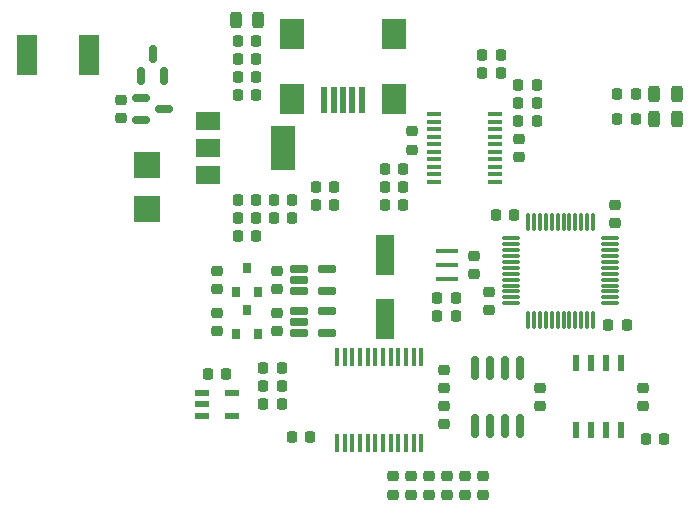
<source format=gbr>
%TF.GenerationSoftware,KiCad,Pcbnew,9.0.1*%
%TF.CreationDate,2025-05-27T12:36:52-05:00*%
%TF.ProjectId,Motor_PCB,4d6f746f-725f-4504-9342-2e6b69636164,1.2*%
%TF.SameCoordinates,Original*%
%TF.FileFunction,Paste,Top*%
%TF.FilePolarity,Positive*%
%FSLAX46Y46*%
G04 Gerber Fmt 4.6, Leading zero omitted, Abs format (unit mm)*
G04 Created by KiCad (PCBNEW 9.0.1) date 2025-05-27 12:36:52*
%MOMM*%
%LPD*%
G01*
G04 APERTURE LIST*
G04 Aperture macros list*
%AMRoundRect*
0 Rectangle with rounded corners*
0 $1 Rounding radius*
0 $2 $3 $4 $5 $6 $7 $8 $9 X,Y pos of 4 corners*
0 Add a 4 corners polygon primitive as box body*
4,1,4,$2,$3,$4,$5,$6,$7,$8,$9,$2,$3,0*
0 Add four circle primitives for the rounded corners*
1,1,$1+$1,$2,$3*
1,1,$1+$1,$4,$5*
1,1,$1+$1,$6,$7*
1,1,$1+$1,$8,$9*
0 Add four rect primitives between the rounded corners*
20,1,$1+$1,$2,$3,$4,$5,0*
20,1,$1+$1,$4,$5,$6,$7,0*
20,1,$1+$1,$6,$7,$8,$9,0*
20,1,$1+$1,$8,$9,$2,$3,0*%
G04 Aperture macros list end*
%ADD10RoundRect,0.218750X-0.256250X0.218750X-0.256250X-0.218750X0.256250X-0.218750X0.256250X0.218750X0*%
%ADD11RoundRect,0.218750X0.256250X-0.218750X0.256250X0.218750X-0.256250X0.218750X-0.256250X-0.218750X0*%
%ADD12RoundRect,0.150000X0.150000X-0.587500X0.150000X0.587500X-0.150000X0.587500X-0.150000X-0.587500X0*%
%ADD13RoundRect,0.218750X0.218750X0.256250X-0.218750X0.256250X-0.218750X-0.256250X0.218750X-0.256250X0*%
%ADD14R,0.800000X0.900000*%
%ADD15RoundRect,0.218750X-0.218750X-0.256250X0.218750X-0.256250X0.218750X0.256250X-0.218750X0.256250X0*%
%ADD16R,2.184400X2.184400*%
%ADD17RoundRect,0.088500X-0.516500X-0.206500X0.516500X-0.206500X0.516500X0.206500X-0.516500X0.206500X0*%
%ADD18RoundRect,0.243750X-0.243750X-0.456250X0.243750X-0.456250X0.243750X0.456250X-0.243750X0.456250X0*%
%ADD19R,0.400000X1.500000*%
%ADD20RoundRect,0.243750X0.243750X0.456250X-0.243750X0.456250X-0.243750X-0.456250X0.243750X-0.456250X0*%
%ADD21R,1.600000X3.500000*%
%ADD22RoundRect,0.150000X-0.587500X-0.150000X0.587500X-0.150000X0.587500X0.150000X-0.587500X0.150000X0*%
%ADD23RoundRect,0.150000X-0.150000X0.825000X-0.150000X-0.825000X0.150000X-0.825000X0.150000X0.825000X0*%
%ADD24RoundRect,0.150000X-0.650000X-0.150000X0.650000X-0.150000X0.650000X0.150000X-0.650000X0.150000X0*%
%ADD25R,2.000000X1.500000*%
%ADD26R,2.000000X3.800000*%
%ADD27R,1.900000X0.400000*%
%ADD28R,1.778000X3.505200*%
%ADD29R,0.500000X2.300000*%
%ADD30R,2.000000X2.500000*%
%ADD31R,0.558800X1.447800*%
%ADD32RoundRect,0.075000X-0.662500X-0.075000X0.662500X-0.075000X0.662500X0.075000X-0.662500X0.075000X0*%
%ADD33RoundRect,0.075000X-0.075000X-0.662500X0.075000X-0.662500X0.075000X0.662500X-0.075000X0.662500X0*%
%ADD34R,1.200000X0.400000*%
G04 APERTURE END LIST*
D10*
%TO.C,R3*%
X123951999Y-77190500D03*
X123951999Y-78765500D03*
%TD*%
D11*
%TO.C,R7*%
X137159999Y-93243500D03*
X137159999Y-91668500D03*
%TD*%
D12*
%TO.C,Q1*%
X125668999Y-75232500D03*
X127568999Y-75232500D03*
X126618999Y-73357500D03*
%TD*%
D13*
%TO.C,C16*%
X152298499Y-95504000D03*
X150723499Y-95504000D03*
%TD*%
D11*
%TO.C,C24*%
X155066999Y-95021500D03*
X155066999Y-93446500D03*
%TD*%
D14*
%TO.C,Q3*%
X133669999Y-93456000D03*
X135569999Y-93456000D03*
X134619999Y-91456000D03*
%TD*%
D15*
%TO.C,C3*%
X133832499Y-76835000D03*
X135407499Y-76835000D03*
%TD*%
D13*
%TO.C,C20*%
X156108499Y-74930000D03*
X154533499Y-74930000D03*
%TD*%
D16*
%TO.C,D2*%
X126111000Y-82727800D03*
X126111000Y-86436200D03*
%TD*%
D15*
%TO.C,R23*%
X157581499Y-78994000D03*
X159156499Y-78994000D03*
%TD*%
D10*
%TO.C,R30*%
X153796999Y-90398500D03*
X153796999Y-91973500D03*
%TD*%
D15*
%TO.C,C2*%
X133832499Y-75311000D03*
X135407499Y-75311000D03*
%TD*%
D17*
%TO.C,U5*%
X130824999Y-102047000D03*
X130824999Y-102997000D03*
X130824999Y-103947000D03*
X133334999Y-103947000D03*
X133334999Y-102047000D03*
%TD*%
D18*
%TO.C,D4*%
X169115499Y-78867000D03*
X170990499Y-78867000D03*
%TD*%
D15*
%TO.C,C1*%
X133832499Y-73787000D03*
X135407499Y-73787000D03*
%TD*%
D19*
%TO.C,U2*%
X142220999Y-106241000D03*
X142870999Y-106241000D03*
X143520999Y-106241000D03*
X144170999Y-106241000D03*
X144820999Y-106241000D03*
X145470999Y-106241000D03*
X146120999Y-106241000D03*
X146770999Y-106241000D03*
X147420999Y-106241000D03*
X148070999Y-106241000D03*
X148720999Y-106241000D03*
X149370999Y-106241000D03*
X149370999Y-98991000D03*
X148720999Y-98991000D03*
X148070999Y-98991000D03*
X147420999Y-98991000D03*
X146770999Y-98991000D03*
X146120999Y-98991000D03*
X145470999Y-98991000D03*
X144820999Y-98991000D03*
X144170999Y-98991000D03*
X143520999Y-98991000D03*
X142870999Y-98991000D03*
X142220999Y-98991000D03*
%TD*%
D20*
%TO.C,C13*%
X135557499Y-70485000D03*
X133682499Y-70485000D03*
%TD*%
D10*
%TO.C,R5*%
X132079999Y-91668500D03*
X132079999Y-93243500D03*
%TD*%
D15*
%TO.C,R9*%
X135991499Y-102997000D03*
X137566499Y-102997000D03*
%TD*%
D11*
%TO.C,R6*%
X137159999Y-96799500D03*
X137159999Y-95224500D03*
%TD*%
D10*
%TO.C,R13*%
X153034999Y-109067500D03*
X153034999Y-110642500D03*
%TD*%
%TO.C,C18*%
X157606999Y-80492500D03*
X157606999Y-82067500D03*
%TD*%
D11*
%TO.C,C17*%
X148589999Y-81432500D03*
X148589999Y-79857500D03*
%TD*%
D21*
%TO.C,C8*%
X146303999Y-95791000D03*
X146303999Y-90391000D03*
%TD*%
D13*
%TO.C,C14*%
X142011499Y-84582000D03*
X140436499Y-84582000D03*
%TD*%
D18*
%TO.C,D3*%
X169115499Y-76708000D03*
X170990499Y-76708000D03*
%TD*%
D15*
%TO.C,R27*%
X165963499Y-78867000D03*
X167538499Y-78867000D03*
%TD*%
D11*
%TO.C,C12*%
X159384999Y-103149500D03*
X159384999Y-101574500D03*
%TD*%
%TO.C,C19*%
X168147999Y-103149500D03*
X168147999Y-101574500D03*
%TD*%
D13*
%TO.C,R29*%
X156108499Y-73406000D03*
X154533499Y-73406000D03*
%TD*%
D10*
%TO.C,R14*%
X149986999Y-109067500D03*
X149986999Y-110642500D03*
%TD*%
D13*
%TO.C,C10*%
X137566499Y-99949000D03*
X135991499Y-99949000D03*
%TD*%
D15*
%TO.C,C23*%
X165201499Y-96266000D03*
X166776499Y-96266000D03*
%TD*%
%TO.C,C6*%
X133832499Y-88773000D03*
X135407499Y-88773000D03*
%TD*%
%TO.C,R24*%
X157581499Y-77470000D03*
X159156499Y-77470000D03*
%TD*%
D11*
%TO.C,C21*%
X165734999Y-87655500D03*
X165734999Y-86080500D03*
%TD*%
D22*
%TO.C,D1*%
X125681499Y-78928000D03*
X125681499Y-77028000D03*
X127556499Y-77978000D03*
%TD*%
D23*
%TO.C,U6*%
X157733999Y-99887000D03*
X156463999Y-99887000D03*
X155193999Y-99887000D03*
X153923999Y-99887000D03*
X153923999Y-104837000D03*
X155193999Y-104837000D03*
X156463999Y-104837000D03*
X157733999Y-104837000D03*
%TD*%
D13*
%TO.C,R22*%
X147853499Y-83058000D03*
X146278499Y-83058000D03*
%TD*%
%TO.C,R18*%
X135407499Y-72263000D03*
X133832499Y-72263000D03*
%TD*%
D11*
%TO.C,R17*%
X151510999Y-110642500D03*
X151510999Y-109067500D03*
%TD*%
D13*
%TO.C,C11*%
X132867499Y-100457000D03*
X131292499Y-100457000D03*
%TD*%
D24*
%TO.C,U4*%
X139057999Y-91506000D03*
X139057999Y-92456000D03*
X139057999Y-93406000D03*
X141357999Y-93406000D03*
X141357999Y-91506000D03*
%TD*%
D15*
%TO.C,R28*%
X168376499Y-105918000D03*
X169951499Y-105918000D03*
%TD*%
%TO.C,R19*%
X150723499Y-93980000D03*
X152298499Y-93980000D03*
%TD*%
%TO.C,R26*%
X165963499Y-76708000D03*
X167538499Y-76708000D03*
%TD*%
%TO.C,R20*%
X146278499Y-84582000D03*
X147853499Y-84582000D03*
%TD*%
D25*
%TO.C,U1*%
X131342999Y-78980000D03*
X131342999Y-81280000D03*
D26*
X137642999Y-81280000D03*
D25*
X131342999Y-83580000D03*
%TD*%
D15*
%TO.C,R2*%
X136880499Y-87249000D03*
X138455499Y-87249000D03*
%TD*%
D10*
%TO.C,R16*%
X154558999Y-109067500D03*
X154558999Y-110642500D03*
%TD*%
D15*
%TO.C,C4*%
X133832499Y-85725000D03*
X135407499Y-85725000D03*
%TD*%
D11*
%TO.C,R15*%
X146938999Y-110642500D03*
X146938999Y-109067500D03*
%TD*%
D27*
%TO.C,Y1*%
X151510999Y-89986000D03*
X151510999Y-91186000D03*
X151510999Y-92386000D03*
%TD*%
D15*
%TO.C,R21*%
X146278499Y-86106000D03*
X147853499Y-86106000D03*
%TD*%
%TO.C,R25*%
X157581499Y-75946000D03*
X159156499Y-75946000D03*
%TD*%
D28*
%TO.C,F1*%
X116001799Y-73406000D03*
X121234199Y-73406000D03*
%TD*%
D11*
%TO.C,C7*%
X151256999Y-104673500D03*
X151256999Y-103098500D03*
%TD*%
%TO.C,C9*%
X151256999Y-101625500D03*
X151256999Y-100050500D03*
%TD*%
D24*
%TO.C,U3*%
X139057999Y-95062000D03*
X139057999Y-96012000D03*
X139057999Y-96962000D03*
X141357999Y-96962000D03*
X141357999Y-95062000D03*
%TD*%
D10*
%TO.C,R4*%
X132079999Y-95224500D03*
X132079999Y-96799500D03*
%TD*%
%TO.C,R12*%
X148462999Y-109067500D03*
X148462999Y-110642500D03*
%TD*%
D15*
%TO.C,C5*%
X133832499Y-87249000D03*
X135407499Y-87249000D03*
%TD*%
D13*
%TO.C,C15*%
X142011499Y-86106000D03*
X140436499Y-86106000D03*
%TD*%
D15*
%TO.C,R8*%
X138404499Y-105791000D03*
X139979499Y-105791000D03*
%TD*%
D29*
%TO.C,J4*%
X144347999Y-77248000D03*
X143547999Y-77248000D03*
X142747999Y-77248000D03*
X141947999Y-77248000D03*
X141147999Y-77248000D03*
D30*
X147097999Y-71648000D03*
X147097999Y-77148000D03*
X138397999Y-71648000D03*
X138397999Y-77148000D03*
%TD*%
D31*
%TO.C,U8*%
X166242999Y-99529900D03*
X164972999Y-99529900D03*
X163702999Y-99529900D03*
X162432999Y-99529900D03*
X162432999Y-105194100D03*
X163702999Y-105194100D03*
X164972999Y-105194100D03*
X166242999Y-105194100D03*
%TD*%
D15*
%TO.C,R1*%
X136880499Y-85725000D03*
X138455499Y-85725000D03*
%TD*%
D14*
%TO.C,Q2*%
X133669999Y-97012000D03*
X135569999Y-97012000D03*
X134619999Y-95012000D03*
%TD*%
D13*
%TO.C,C22*%
X157251499Y-86995000D03*
X155676499Y-86995000D03*
%TD*%
D15*
%TO.C,R11*%
X135991499Y-101473000D03*
X137566499Y-101473000D03*
%TD*%
D32*
%TO.C,U9*%
X157000499Y-88944000D03*
X157000499Y-89444000D03*
X157000499Y-89944000D03*
X157000499Y-90444000D03*
X157000499Y-90944000D03*
X157000499Y-91444000D03*
X157000499Y-91944000D03*
X157000499Y-92444000D03*
X157000499Y-92944000D03*
X157000499Y-93444000D03*
X157000499Y-93944000D03*
X157000499Y-94444000D03*
D33*
X158412999Y-95856500D03*
X158912999Y-95856500D03*
X159412999Y-95856500D03*
X159912999Y-95856500D03*
X160412999Y-95856500D03*
X160912999Y-95856500D03*
X161412999Y-95856500D03*
X161912999Y-95856500D03*
X162412999Y-95856500D03*
X162912999Y-95856500D03*
X163412999Y-95856500D03*
X163912999Y-95856500D03*
D32*
X165325499Y-94444000D03*
X165325499Y-93944000D03*
X165325499Y-93444000D03*
X165325499Y-92944000D03*
X165325499Y-92444000D03*
X165325499Y-91944000D03*
X165325499Y-91444000D03*
X165325499Y-90944000D03*
X165325499Y-90444000D03*
X165325499Y-89944000D03*
X165325499Y-89444000D03*
X165325499Y-88944000D03*
D33*
X163912999Y-87531500D03*
X163412999Y-87531500D03*
X162912999Y-87531500D03*
X162412999Y-87531500D03*
X161912999Y-87531500D03*
X161412999Y-87531500D03*
X160912999Y-87531500D03*
X160412999Y-87531500D03*
X159912999Y-87531500D03*
X159412999Y-87531500D03*
X158912999Y-87531500D03*
X158412999Y-87531500D03*
%TD*%
D34*
%TO.C,U7*%
X150434999Y-78422500D03*
X150434999Y-79057500D03*
X150434999Y-79692500D03*
X150434999Y-80327500D03*
X150434999Y-80962500D03*
X150434999Y-81597500D03*
X150434999Y-82232500D03*
X150434999Y-82867500D03*
X150434999Y-83502500D03*
X150434999Y-84137500D03*
X155634999Y-84137500D03*
X155634999Y-83502500D03*
X155634999Y-82867500D03*
X155634999Y-82232500D03*
X155634999Y-81597500D03*
X155634999Y-80962500D03*
X155634999Y-80327500D03*
X155634999Y-79692500D03*
X155634999Y-79057500D03*
X155634999Y-78422500D03*
%TD*%
M02*

</source>
